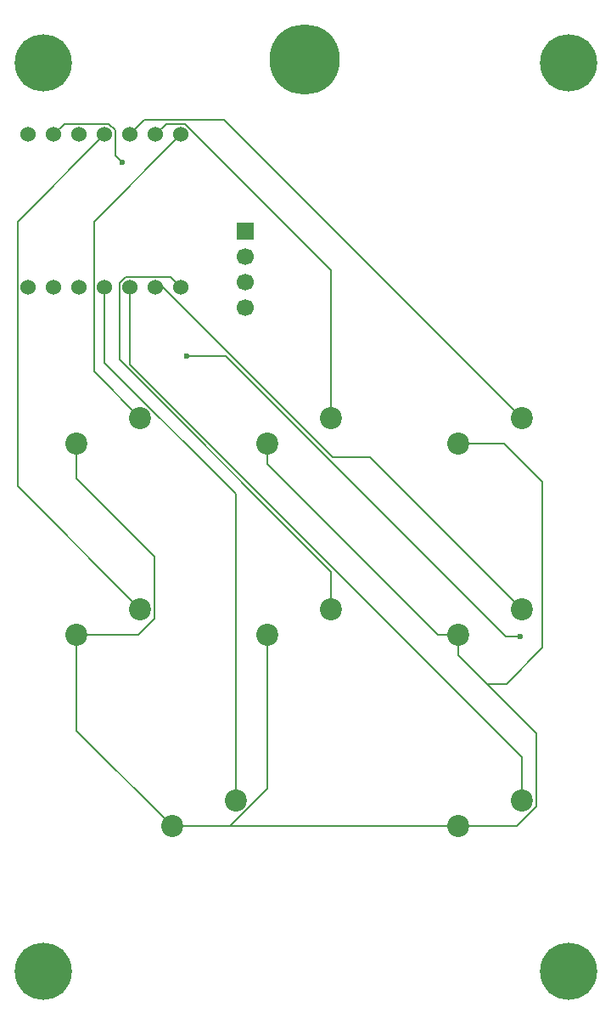
<source format=gbl>
G04 #@! TF.GenerationSoftware,KiCad,Pcbnew,9.0.1*
G04 #@! TF.CreationDate,2025-06-23T17:34:09-04:00*
G04 #@! TF.ProjectId,engiboard,656e6769-626f-4617-9264-2e6b69636164,rev?*
G04 #@! TF.SameCoordinates,Original*
G04 #@! TF.FileFunction,Copper,L2,Bot*
G04 #@! TF.FilePolarity,Positive*
%FSLAX46Y46*%
G04 Gerber Fmt 4.6, Leading zero omitted, Abs format (unit mm)*
G04 Created by KiCad (PCBNEW 9.0.1) date 2025-06-23 17:34:09*
%MOMM*%
%LPD*%
G01*
G04 APERTURE LIST*
G04 #@! TA.AperFunction,ComponentPad*
%ADD10C,1.524000*%
G04 #@! TD*
G04 #@! TA.AperFunction,ComponentPad*
%ADD11C,5.700000*%
G04 #@! TD*
G04 #@! TA.AperFunction,ComponentPad*
%ADD12C,2.200000*%
G04 #@! TD*
G04 #@! TA.AperFunction,ComponentPad*
%ADD13R,1.700000X1.700000*%
G04 #@! TD*
G04 #@! TA.AperFunction,ComponentPad*
%ADD14C,1.700000*%
G04 #@! TD*
G04 #@! TA.AperFunction,ViaPad*
%ADD15C,7.000000*%
G04 #@! TD*
G04 #@! TA.AperFunction,ViaPad*
%ADD16C,0.600000*%
G04 #@! TD*
G04 #@! TA.AperFunction,Conductor*
%ADD17C,0.200000*%
G04 #@! TD*
G04 APERTURE END LIST*
D10*
G04 #@! TO.P,U1,1,GPIO26/ADC0/A0*
G04 #@! TO.N,SDA*
X141380000Y-65246250D03*
G04 #@! TO.P,U1,2,GPIO27/ADC1/A1*
G04 #@! TO.N,SCL*
X143920000Y-65246250D03*
G04 #@! TO.P,U1,3,GPIO28/ADC2/A2*
G04 #@! TO.N,LED*
X146460000Y-65246250D03*
G04 #@! TO.P,U1,4,GPIO29/ADC3/A3*
G04 #@! TO.N,SW 8*
X149000000Y-65246250D03*
G04 #@! TO.P,U1,5,GPIO6/SDA*
G04 #@! TO.N,SW 7*
X151540000Y-65246250D03*
G04 #@! TO.P,U1,6,GPIO7/SCL*
G04 #@! TO.N,SW 6*
X154080000Y-65246250D03*
G04 #@! TO.P,U1,7,GPIO0/TX*
G04 #@! TO.N,SW 5*
X156620000Y-65246250D03*
G04 #@! TO.P,U1,8,GPIO1/RX*
G04 #@! TO.N,SW 1*
X156620000Y-50006250D03*
G04 #@! TO.P,U1,9,GPIO2/SCK*
G04 #@! TO.N,SW 2*
X154080000Y-50006250D03*
G04 #@! TO.P,U1,10,GPIO4/MISO*
G04 #@! TO.N,SW 3*
X151540000Y-50006250D03*
G04 #@! TO.P,U1,11,GPIO3/MOSI*
G04 #@! TO.N,SW 4*
X149000000Y-50006250D03*
G04 #@! TO.P,U1,12,3V3*
G04 #@! TO.N,unconnected-(U1-3V3-Pad12)*
X146460000Y-50006250D03*
G04 #@! TO.P,U1,13,GND*
G04 #@! TO.N,GND*
X143920000Y-50006250D03*
G04 #@! TO.P,U1,14,VBUS*
G04 #@! TO.N,+5V*
X141380000Y-50006250D03*
G04 #@! TD*
D11*
G04 #@! TO.P,REF\u002A\u002A,1*
G04 #@! TO.N,N/C*
X195262500Y-133350000D03*
G04 #@! TD*
D12*
G04 #@! TO.P,SW4,1,1*
G04 #@! TO.N,SW 4*
X152558750Y-97313750D03*
G04 #@! TO.P,SW4,2,2*
G04 #@! TO.N,GND*
X146208750Y-99853750D03*
G04 #@! TD*
G04 #@! TO.P,SW8,1,1*
G04 #@! TO.N,SW 8*
X162083750Y-116363750D03*
G04 #@! TO.P,SW8,2,2*
G04 #@! TO.N,GND*
X155733750Y-118903750D03*
G04 #@! TD*
G04 #@! TO.P,SW6,1,1*
G04 #@! TO.N,SW 6*
X190658750Y-97313750D03*
G04 #@! TO.P,SW6,2,2*
G04 #@! TO.N,GND*
X184308750Y-99853750D03*
G04 #@! TD*
D11*
G04 #@! TO.P,REF\u002A\u002A,1*
G04 #@! TO.N,N/C*
X142875000Y-133350000D03*
G04 #@! TD*
G04 #@! TO.P,REF\u002A\u002A,1*
G04 #@! TO.N,N/C*
X195262500Y-42862500D03*
G04 #@! TD*
D12*
G04 #@! TO.P,SW2,1,1*
G04 #@! TO.N,SW 2*
X171608750Y-78263750D03*
G04 #@! TO.P,SW2,2,2*
G04 #@! TO.N,GND*
X165258750Y-80803750D03*
G04 #@! TD*
G04 #@! TO.P,SW7,1,1*
G04 #@! TO.N,SW 7*
X190658750Y-116363750D03*
G04 #@! TO.P,SW7,2,2*
G04 #@! TO.N,GND*
X184308750Y-118903750D03*
G04 #@! TD*
D13*
G04 #@! TO.P,OLED1,1,GND*
G04 #@! TO.N,GND*
X163000000Y-59630000D03*
D14*
G04 #@! TO.P,OLED1,2,VCC*
G04 #@! TO.N,+5V*
X163000000Y-62170000D03*
G04 #@! TO.P,OLED1,3,SCL*
G04 #@! TO.N,SCL*
X163000000Y-64710000D03*
G04 #@! TO.P,OLED1,4,SDA*
G04 #@! TO.N,SDA*
X163000000Y-67250000D03*
G04 #@! TD*
D11*
G04 #@! TO.P,REF\u002A\u002A,1*
G04 #@! TO.N,N/C*
X142875000Y-42862500D03*
G04 #@! TD*
D12*
G04 #@! TO.P,SW5,1,1*
G04 #@! TO.N,SW 5*
X171608750Y-97313750D03*
G04 #@! TO.P,SW5,2,2*
G04 #@! TO.N,GND*
X165258750Y-99853750D03*
G04 #@! TD*
G04 #@! TO.P,SW1,1,1*
G04 #@! TO.N,SW 1*
X152558750Y-78263750D03*
G04 #@! TO.P,SW1,2,2*
G04 #@! TO.N,GND*
X146208750Y-80803750D03*
G04 #@! TD*
G04 #@! TO.P,SW3,1,1*
G04 #@! TO.N,SW 3*
X190658750Y-78263750D03*
G04 #@! TO.P,SW3,2,2*
G04 #@! TO.N,GND*
X184308750Y-80803750D03*
G04 #@! TD*
D15*
G04 #@! TO.N,*
X169000000Y-42500000D03*
D16*
G04 #@! TO.N,Net-(D1-DIN)*
X190500000Y-100012500D03*
X157162500Y-72076000D03*
G04 #@! TO.N,GND*
X150750000Y-52750000D03*
G04 #@! TD*
D17*
G04 #@! TO.N,Net-(D1-DIN)*
X161125816Y-72076000D02*
X189062316Y-100012500D01*
X157162500Y-72076000D02*
X161125816Y-72076000D01*
X189062316Y-100012500D02*
X190500000Y-100012500D01*
G04 #@! TO.N,GND*
X146208750Y-80803750D02*
X146208750Y-84296250D01*
X150063000Y-52063000D02*
X150063000Y-49565940D01*
X146208750Y-99853750D02*
X146208750Y-109378750D01*
X149440310Y-48943250D02*
X144983000Y-48943250D01*
X146208750Y-109378750D02*
X155733750Y-118903750D01*
X192701280Y-84601464D02*
X192701280Y-101136036D01*
X187144934Y-104744750D02*
X184308750Y-101908566D01*
X146208750Y-80803750D02*
X146478000Y-80534500D01*
X155733750Y-118903750D02*
X184308750Y-118903750D01*
X155733750Y-118903750D02*
X161525064Y-118903750D01*
X188903566Y-80803750D02*
X192701280Y-84601464D01*
X161525064Y-118903750D02*
X165258750Y-115170064D01*
X189092566Y-104744750D02*
X187144934Y-104744750D01*
X150063000Y-49565940D02*
X149440310Y-48943250D01*
X192059750Y-109659566D02*
X184308750Y-101908566D01*
X184308750Y-101908566D02*
X184308750Y-99853750D01*
X144983000Y-48943250D02*
X143920000Y-50006250D01*
X152353434Y-99853750D02*
X146208750Y-99853750D01*
X165258750Y-82858566D02*
X165258750Y-80803750D01*
X153959750Y-98247434D02*
X152353434Y-99853750D01*
X192701280Y-101136036D02*
X189092566Y-104744750D01*
X182253934Y-99853750D02*
X165258750Y-82858566D01*
X146208750Y-84296250D02*
X153959750Y-92047250D01*
X190100064Y-118903750D02*
X192059750Y-116944064D01*
X153959750Y-92047250D02*
X153959750Y-98247434D01*
X192059750Y-116944064D02*
X192059750Y-109659566D01*
X165258750Y-115170064D02*
X165258750Y-99853750D01*
X184308750Y-80803750D02*
X188903566Y-80803750D01*
X184308750Y-118903750D02*
X190100064Y-118903750D01*
X184308750Y-99853750D02*
X182253934Y-99853750D01*
X150750000Y-52750000D02*
X150063000Y-52063000D01*
G04 #@! TO.N,SW 1*
X147937000Y-58689250D02*
X156620000Y-50006250D01*
X147937000Y-73642000D02*
X147937000Y-58689250D01*
X152558750Y-78263750D02*
X147937000Y-73642000D01*
G04 #@! TO.N,SW 2*
X157060310Y-48943250D02*
X155143000Y-48943250D01*
X155143000Y-48943250D02*
X154080000Y-50006250D01*
X171608750Y-63491690D02*
X157060310Y-48943250D01*
X171608750Y-78263750D02*
X171608750Y-63491690D01*
G04 #@! TO.N,SW 3*
X160937250Y-48542250D02*
X153004000Y-48542250D01*
X190658750Y-78263750D02*
X160937250Y-48542250D01*
X153004000Y-48542250D02*
X151540000Y-50006250D01*
G04 #@! TO.N,SW 4*
X152558750Y-97313750D02*
X140317000Y-85072000D01*
X140317000Y-85072000D02*
X140317000Y-58689250D01*
X140317000Y-58689250D02*
X149000000Y-50006250D01*
G04 #@! TO.N,SW 5*
X150477000Y-72462850D02*
X150477000Y-64805940D01*
X171608750Y-97313750D02*
X171608750Y-93594600D01*
X171608750Y-93594600D02*
X150477000Y-72462850D01*
X150477000Y-64805940D02*
X151099690Y-64183250D01*
X155557000Y-64183250D02*
X156620000Y-65246250D01*
X151099690Y-64183250D02*
X155557000Y-64183250D01*
G04 #@! TO.N,SW 6*
X175487750Y-82142750D02*
X171759666Y-82142750D01*
X190658750Y-97313750D02*
X175487750Y-82142750D01*
X171759666Y-82142750D02*
X154863166Y-65246250D01*
X154863166Y-65246250D02*
X154080000Y-65246250D01*
G04 #@! TO.N,SW 7*
X190658750Y-112077500D02*
X151540000Y-72958750D01*
X190658750Y-116363750D02*
X190658750Y-112077500D01*
X151540000Y-72958750D02*
X151540000Y-65246250D01*
G04 #@! TO.N,SW 8*
X149000000Y-72723686D02*
X149000000Y-65246250D01*
X162083750Y-85807436D02*
X149000000Y-72723686D01*
X162083750Y-116363750D02*
X162083750Y-85807436D01*
G04 #@! TD*
M02*

</source>
